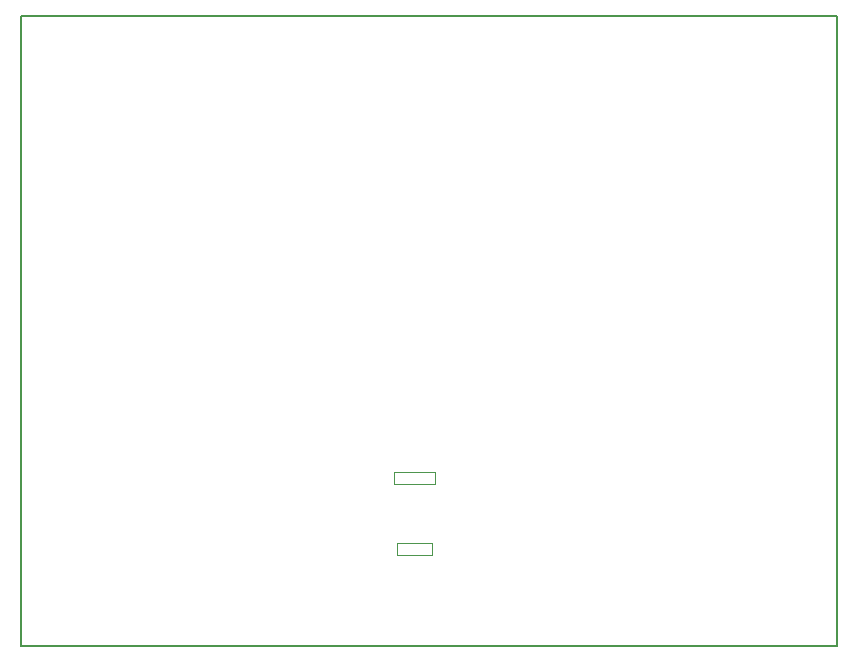
<source format=gbr>
G04 #@! TF.GenerationSoftware,KiCad,Pcbnew,(5.0.0)*
G04 #@! TF.CreationDate,2018-10-14T14:09:40-05:00*
G04 #@! TF.ProjectId,module-tester-board,6D6F64756C652D7465737465722D626F,rev?*
G04 #@! TF.SameCoordinates,Original*
G04 #@! TF.FileFunction,Profile,NP*
%FSLAX46Y46*%
G04 Gerber Fmt 4.6, Leading zero omitted, Abs format (unit mm)*
G04 Created by KiCad (PCBNEW (5.0.0)) date 10/14/18 14:09:40*
%MOMM*%
%LPD*%
G01*
G04 APERTURE LIST*
%ADD10C,0.150000*%
G04 #@! TA.AperFunction,NonConductor*
%ADD11C,0.000100*%
G04 #@! TD*
G04 APERTURE END LIST*
D10*
X187452000Y-66548000D02*
X118364000Y-66548000D01*
X187452000Y-119888000D02*
X118364000Y-119888000D01*
X118364000Y-66548000D02*
X118364000Y-119888000D01*
X187452000Y-66548000D02*
X187452000Y-119888000D01*
D11*
G04 #@! TO.C,J2*
X149888000Y-106164000D02*
X149888000Y-105164000D01*
X149888000Y-105164000D02*
X153388000Y-105164000D01*
X153388000Y-105164000D02*
X153388000Y-106164000D01*
X153388000Y-106164000D02*
X149888000Y-106164000D01*
X150138000Y-112164000D02*
X150138000Y-111164000D01*
X150138000Y-111164000D02*
X153138000Y-111164000D01*
X153138000Y-111164000D02*
X153138000Y-112164000D01*
X153138000Y-112164000D02*
X150138000Y-112164000D01*
G04 #@! TD*
M02*

</source>
